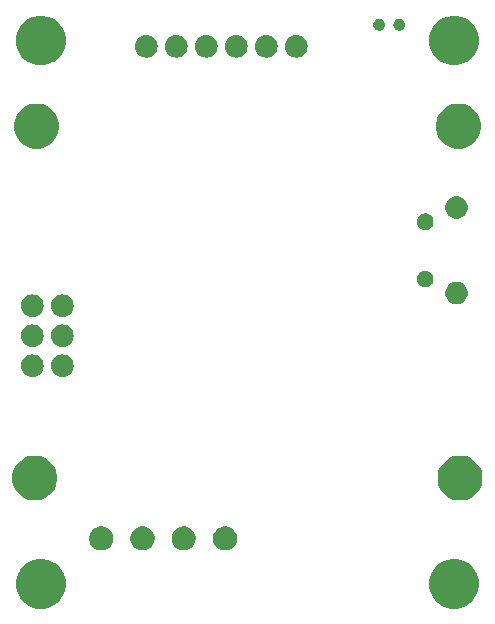
<source format=gbs>
%TF.GenerationSoftware,KiCad,Pcbnew,(5.0.1)-3*%
%TF.CreationDate,2018-10-26T14:10:22+13:00*%
%TF.ProjectId,TINY-REFLOW-CONTROLLER,54494E592D5245464C4F572D434F4E54,rev?*%
%TF.SameCoordinates,PX8f0d180PY5f5e100*%
%TF.FileFunction,Soldermask,Bot*%
%TF.FilePolarity,Negative*%
%FSLAX46Y46*%
G04 Gerber Fmt 4.6, Leading zero omitted, Abs format (unit mm)*
G04 Created by KiCad (PCBNEW (5.0.1)-3) date 26/10/2018 14:10:22*
%MOMM*%
%LPD*%
G01*
G04 APERTURE LIST*
%ADD10C,0.100000*%
G04 APERTURE END LIST*
D10*
G36*
X38112547Y4519299D02*
X38494722Y4360997D01*
X38494723Y4360996D01*
X38838672Y4131177D01*
X39131177Y3838672D01*
X39284390Y3609373D01*
X39360997Y3494722D01*
X39519299Y3112547D01*
X39600000Y2706833D01*
X39600000Y2293167D01*
X39519299Y1887453D01*
X39360997Y1505278D01*
X39360996Y1505277D01*
X39131177Y1161328D01*
X38838672Y868823D01*
X38609373Y715610D01*
X38494722Y639003D01*
X38112547Y480701D01*
X37706833Y400000D01*
X37293167Y400000D01*
X36887453Y480701D01*
X36505278Y639003D01*
X36390627Y715610D01*
X36161328Y868823D01*
X35868823Y1161328D01*
X35639004Y1505277D01*
X35639003Y1505278D01*
X35480701Y1887453D01*
X35400000Y2293167D01*
X35400000Y2706833D01*
X35480701Y3112547D01*
X35639003Y3494722D01*
X35715610Y3609373D01*
X35868823Y3838672D01*
X36161328Y4131177D01*
X36505277Y4360996D01*
X36505278Y4360997D01*
X36887453Y4519299D01*
X37293167Y4600000D01*
X37706833Y4600000D01*
X38112547Y4519299D01*
X38112547Y4519299D01*
G37*
G36*
X3112547Y4519299D02*
X3494722Y4360997D01*
X3494723Y4360996D01*
X3838672Y4131177D01*
X4131177Y3838672D01*
X4284390Y3609373D01*
X4360997Y3494722D01*
X4519299Y3112547D01*
X4600000Y2706833D01*
X4600000Y2293167D01*
X4519299Y1887453D01*
X4360997Y1505278D01*
X4360996Y1505277D01*
X4131177Y1161328D01*
X3838672Y868823D01*
X3609373Y715610D01*
X3494722Y639003D01*
X3112547Y480701D01*
X2706833Y400000D01*
X2293167Y400000D01*
X1887453Y480701D01*
X1505278Y639003D01*
X1390627Y715610D01*
X1161328Y868823D01*
X868823Y1161328D01*
X639004Y1505277D01*
X639003Y1505278D01*
X480701Y1887453D01*
X400000Y2293167D01*
X400000Y2706833D01*
X480701Y3112547D01*
X639003Y3494722D01*
X715610Y3609373D01*
X868823Y3838672D01*
X1161328Y4131177D01*
X1505277Y4360996D01*
X1505278Y4360997D01*
X1887453Y4519299D01*
X2293167Y4600000D01*
X2706833Y4600000D01*
X3112547Y4519299D01*
X3112547Y4519299D01*
G37*
G36*
X11418690Y7334649D02*
X11605045Y7257458D01*
X11772765Y7145391D01*
X11915391Y7002765D01*
X12027458Y6835045D01*
X12104649Y6648690D01*
X12144000Y6450857D01*
X12144000Y6249143D01*
X12104649Y6051310D01*
X12027458Y5864955D01*
X11915391Y5697235D01*
X11772765Y5554609D01*
X11605045Y5442542D01*
X11418690Y5365351D01*
X11220857Y5326000D01*
X11019143Y5326000D01*
X10821310Y5365351D01*
X10634955Y5442542D01*
X10467235Y5554609D01*
X10324609Y5697235D01*
X10212542Y5864955D01*
X10135351Y6051310D01*
X10096000Y6249143D01*
X10096000Y6450857D01*
X10135351Y6648690D01*
X10212542Y6835045D01*
X10324609Y7002765D01*
X10467235Y7145391D01*
X10634955Y7257458D01*
X10821310Y7334649D01*
X11019143Y7374000D01*
X11220857Y7374000D01*
X11418690Y7334649D01*
X11418690Y7334649D01*
G37*
G36*
X14903690Y7334649D02*
X15090045Y7257458D01*
X15257765Y7145391D01*
X15400391Y7002765D01*
X15512458Y6835045D01*
X15589649Y6648690D01*
X15629000Y6450857D01*
X15629000Y6249143D01*
X15589649Y6051310D01*
X15512458Y5864955D01*
X15400391Y5697235D01*
X15257765Y5554609D01*
X15090045Y5442542D01*
X14903690Y5365351D01*
X14705857Y5326000D01*
X14504143Y5326000D01*
X14306310Y5365351D01*
X14119955Y5442542D01*
X13952235Y5554609D01*
X13809609Y5697235D01*
X13697542Y5864955D01*
X13620351Y6051310D01*
X13581000Y6249143D01*
X13581000Y6450857D01*
X13620351Y6648690D01*
X13697542Y6835045D01*
X13809609Y7002765D01*
X13952235Y7145391D01*
X14119955Y7257458D01*
X14306310Y7334649D01*
X14504143Y7374000D01*
X14705857Y7374000D01*
X14903690Y7334649D01*
X14903690Y7334649D01*
G37*
G36*
X18403690Y7334649D02*
X18590045Y7257458D01*
X18757765Y7145391D01*
X18900391Y7002765D01*
X19012458Y6835045D01*
X19089649Y6648690D01*
X19129000Y6450857D01*
X19129000Y6249143D01*
X19089649Y6051310D01*
X19012458Y5864955D01*
X18900391Y5697235D01*
X18757765Y5554609D01*
X18590045Y5442542D01*
X18403690Y5365351D01*
X18205857Y5326000D01*
X18004143Y5326000D01*
X17806310Y5365351D01*
X17619955Y5442542D01*
X17452235Y5554609D01*
X17309609Y5697235D01*
X17197542Y5864955D01*
X17120351Y6051310D01*
X17081000Y6249143D01*
X17081000Y6450857D01*
X17120351Y6648690D01*
X17197542Y6835045D01*
X17309609Y7002765D01*
X17452235Y7145391D01*
X17619955Y7257458D01*
X17806310Y7334649D01*
X18004143Y7374000D01*
X18205857Y7374000D01*
X18403690Y7334649D01*
X18403690Y7334649D01*
G37*
G36*
X7918690Y7334649D02*
X8105045Y7257458D01*
X8272765Y7145391D01*
X8415391Y7002765D01*
X8527458Y6835045D01*
X8604649Y6648690D01*
X8644000Y6450857D01*
X8644000Y6249143D01*
X8604649Y6051310D01*
X8527458Y5864955D01*
X8415391Y5697235D01*
X8272765Y5554609D01*
X8105045Y5442542D01*
X7918690Y5365351D01*
X7720857Y5326000D01*
X7519143Y5326000D01*
X7321310Y5365351D01*
X7134955Y5442542D01*
X6967235Y5554609D01*
X6824609Y5697235D01*
X6712542Y5864955D01*
X6635351Y6051310D01*
X6596000Y6249143D01*
X6596000Y6450857D01*
X6635351Y6648690D01*
X6712542Y6835045D01*
X6824609Y7002765D01*
X6967235Y7145391D01*
X7134955Y7257458D01*
X7321310Y7334649D01*
X7519143Y7374000D01*
X7720857Y7374000D01*
X7918690Y7334649D01*
X7918690Y7334649D01*
G37*
G36*
X2554209Y13276984D02*
X2899986Y13133759D01*
X3211182Y12925824D01*
X3475824Y12661182D01*
X3683759Y12349986D01*
X3826984Y12004209D01*
X3900000Y11637135D01*
X3900000Y11262865D01*
X3826984Y10895791D01*
X3683759Y10550014D01*
X3475824Y10238818D01*
X3211182Y9974176D01*
X2899986Y9766241D01*
X2554209Y9623016D01*
X2187135Y9550000D01*
X1812865Y9550000D01*
X1445791Y9623016D01*
X1100014Y9766241D01*
X788818Y9974176D01*
X524176Y10238818D01*
X316241Y10550014D01*
X173016Y10895791D01*
X100000Y11262865D01*
X100000Y11637135D01*
X173016Y12004209D01*
X316241Y12349986D01*
X524176Y12661182D01*
X788818Y12925824D01*
X1100014Y13133759D01*
X1445791Y13276984D01*
X1812865Y13350000D01*
X2187135Y13350000D01*
X2554209Y13276984D01*
X2554209Y13276984D01*
G37*
G36*
X38554209Y13276984D02*
X38899986Y13133759D01*
X39211182Y12925824D01*
X39475824Y12661182D01*
X39683759Y12349986D01*
X39826984Y12004209D01*
X39900000Y11637135D01*
X39900000Y11262865D01*
X39826984Y10895791D01*
X39683759Y10550014D01*
X39475824Y10238818D01*
X39211182Y9974176D01*
X38899986Y9766241D01*
X38554209Y9623016D01*
X38187135Y9550000D01*
X37812865Y9550000D01*
X37445791Y9623016D01*
X37100014Y9766241D01*
X36788818Y9974176D01*
X36524176Y10238818D01*
X36316241Y10550014D01*
X36173016Y10895791D01*
X36100000Y11262865D01*
X36100000Y11637135D01*
X36173016Y12004209D01*
X36316241Y12349986D01*
X36524176Y12661182D01*
X36788818Y12925824D01*
X37100014Y13133759D01*
X37445791Y13276984D01*
X37812865Y13350000D01*
X38187135Y13350000D01*
X38554209Y13276984D01*
X38554209Y13276984D01*
G37*
G36*
X4506900Y21904658D02*
X4688536Y21849558D01*
X4855940Y21760079D01*
X5002665Y21639665D01*
X5123079Y21492940D01*
X5212558Y21325536D01*
X5267658Y21143900D01*
X5286262Y20955000D01*
X5267658Y20766100D01*
X5212558Y20584464D01*
X5123079Y20417060D01*
X5002665Y20270335D01*
X4855940Y20149921D01*
X4688536Y20060442D01*
X4506900Y20005342D01*
X4365338Y19991400D01*
X4270662Y19991400D01*
X4129100Y20005342D01*
X3947464Y20060442D01*
X3780060Y20149921D01*
X3633335Y20270335D01*
X3512921Y20417060D01*
X3423442Y20584464D01*
X3368342Y20766100D01*
X3349738Y20955000D01*
X3368342Y21143900D01*
X3423442Y21325536D01*
X3512921Y21492940D01*
X3633335Y21639665D01*
X3780060Y21760079D01*
X3947464Y21849558D01*
X4129100Y21904658D01*
X4270662Y21918600D01*
X4365338Y21918600D01*
X4506900Y21904658D01*
X4506900Y21904658D01*
G37*
G36*
X1966900Y21904658D02*
X2148536Y21849558D01*
X2315940Y21760079D01*
X2462665Y21639665D01*
X2583079Y21492940D01*
X2672558Y21325536D01*
X2727658Y21143900D01*
X2746262Y20955000D01*
X2727658Y20766100D01*
X2672558Y20584464D01*
X2583079Y20417060D01*
X2462665Y20270335D01*
X2315940Y20149921D01*
X2148536Y20060442D01*
X1966900Y20005342D01*
X1825338Y19991400D01*
X1730662Y19991400D01*
X1589100Y20005342D01*
X1407464Y20060442D01*
X1240060Y20149921D01*
X1093335Y20270335D01*
X972921Y20417060D01*
X883442Y20584464D01*
X828342Y20766100D01*
X809738Y20955000D01*
X828342Y21143900D01*
X883442Y21325536D01*
X972921Y21492940D01*
X1093335Y21639665D01*
X1240060Y21760079D01*
X1407464Y21849558D01*
X1589100Y21904658D01*
X1730662Y21918600D01*
X1825338Y21918600D01*
X1966900Y21904658D01*
X1966900Y21904658D01*
G37*
G36*
X1966900Y24444658D02*
X2148536Y24389558D01*
X2315940Y24300079D01*
X2462665Y24179665D01*
X2583079Y24032940D01*
X2672558Y23865536D01*
X2727658Y23683900D01*
X2746262Y23495000D01*
X2727658Y23306100D01*
X2672558Y23124464D01*
X2583079Y22957060D01*
X2462665Y22810335D01*
X2315940Y22689921D01*
X2148536Y22600442D01*
X1966900Y22545342D01*
X1825338Y22531400D01*
X1730662Y22531400D01*
X1589100Y22545342D01*
X1407464Y22600442D01*
X1240060Y22689921D01*
X1093335Y22810335D01*
X972921Y22957060D01*
X883442Y23124464D01*
X828342Y23306100D01*
X809738Y23495000D01*
X828342Y23683900D01*
X883442Y23865536D01*
X972921Y24032940D01*
X1093335Y24179665D01*
X1240060Y24300079D01*
X1407464Y24389558D01*
X1589100Y24444658D01*
X1730662Y24458600D01*
X1825338Y24458600D01*
X1966900Y24444658D01*
X1966900Y24444658D01*
G37*
G36*
X4506900Y24444658D02*
X4688536Y24389558D01*
X4855940Y24300079D01*
X5002665Y24179665D01*
X5123079Y24032940D01*
X5212558Y23865536D01*
X5267658Y23683900D01*
X5286262Y23495000D01*
X5267658Y23306100D01*
X5212558Y23124464D01*
X5123079Y22957060D01*
X5002665Y22810335D01*
X4855940Y22689921D01*
X4688536Y22600442D01*
X4506900Y22545342D01*
X4365338Y22531400D01*
X4270662Y22531400D01*
X4129100Y22545342D01*
X3947464Y22600442D01*
X3780060Y22689921D01*
X3633335Y22810335D01*
X3512921Y22957060D01*
X3423442Y23124464D01*
X3368342Y23306100D01*
X3349738Y23495000D01*
X3368342Y23683900D01*
X3423442Y23865536D01*
X3512921Y24032940D01*
X3633335Y24179665D01*
X3780060Y24300079D01*
X3947464Y24389558D01*
X4129100Y24444658D01*
X4270662Y24458600D01*
X4365338Y24458600D01*
X4506900Y24444658D01*
X4506900Y24444658D01*
G37*
G36*
X1966900Y26984658D02*
X2148536Y26929558D01*
X2315940Y26840079D01*
X2462665Y26719665D01*
X2583079Y26572940D01*
X2672558Y26405536D01*
X2727658Y26223900D01*
X2746262Y26035000D01*
X2727658Y25846100D01*
X2672558Y25664464D01*
X2583079Y25497060D01*
X2462665Y25350335D01*
X2315940Y25229921D01*
X2148536Y25140442D01*
X1966900Y25085342D01*
X1825338Y25071400D01*
X1730662Y25071400D01*
X1589100Y25085342D01*
X1407464Y25140442D01*
X1240060Y25229921D01*
X1093335Y25350335D01*
X972921Y25497060D01*
X883442Y25664464D01*
X828342Y25846100D01*
X809738Y26035000D01*
X828342Y26223900D01*
X883442Y26405536D01*
X972921Y26572940D01*
X1093335Y26719665D01*
X1240060Y26840079D01*
X1407464Y26929558D01*
X1589100Y26984658D01*
X1730662Y26998600D01*
X1825338Y26998600D01*
X1966900Y26984658D01*
X1966900Y26984658D01*
G37*
G36*
X4506900Y26984658D02*
X4688536Y26929558D01*
X4855940Y26840079D01*
X5002665Y26719665D01*
X5123079Y26572940D01*
X5212558Y26405536D01*
X5267658Y26223900D01*
X5286262Y26035000D01*
X5267658Y25846100D01*
X5212558Y25664464D01*
X5123079Y25497060D01*
X5002665Y25350335D01*
X4855940Y25229921D01*
X4688536Y25140442D01*
X4506900Y25085342D01*
X4365338Y25071400D01*
X4270662Y25071400D01*
X4129100Y25085342D01*
X3947464Y25140442D01*
X3780060Y25229921D01*
X3633335Y25350335D01*
X3512921Y25497060D01*
X3423442Y25664464D01*
X3368342Y25846100D01*
X3349738Y26035000D01*
X3368342Y26223900D01*
X3423442Y26405536D01*
X3512921Y26572940D01*
X3633335Y26719665D01*
X3780060Y26840079D01*
X3947464Y26929558D01*
X4129100Y26984658D01*
X4270662Y26998600D01*
X4365338Y26998600D01*
X4506900Y26984658D01*
X4506900Y26984658D01*
G37*
G36*
X37840451Y28049873D02*
X37978105Y28022492D01*
X38150994Y27950879D01*
X38306590Y27846913D01*
X38438913Y27714590D01*
X38542879Y27558994D01*
X38614492Y27386105D01*
X38641873Y27248451D01*
X38651000Y27202568D01*
X38651000Y27015432D01*
X38644878Y26984657D01*
X38614492Y26831895D01*
X38542879Y26659006D01*
X38438913Y26503410D01*
X38306590Y26371087D01*
X38150994Y26267121D01*
X37978105Y26195508D01*
X37840451Y26168127D01*
X37794568Y26159000D01*
X37607432Y26159000D01*
X37561549Y26168127D01*
X37423895Y26195508D01*
X37251006Y26267121D01*
X37095410Y26371087D01*
X36963087Y26503410D01*
X36859121Y26659006D01*
X36787508Y26831895D01*
X36757122Y26984657D01*
X36751000Y27015432D01*
X36751000Y27202568D01*
X36760127Y27248451D01*
X36787508Y27386105D01*
X36859121Y27558994D01*
X36963087Y27714590D01*
X37095410Y27846913D01*
X37251006Y27950879D01*
X37423895Y28022492D01*
X37561549Y28049873D01*
X37607432Y28059000D01*
X37794568Y28059000D01*
X37840451Y28049873D01*
X37840451Y28049873D01*
G37*
G36*
X35255183Y28982100D02*
X35382574Y28929332D01*
X35497225Y28852725D01*
X35594725Y28755225D01*
X35671332Y28640574D01*
X35724100Y28513183D01*
X35751000Y28377945D01*
X35751000Y28240055D01*
X35724100Y28104817D01*
X35671332Y27977426D01*
X35594725Y27862775D01*
X35497225Y27765275D01*
X35382574Y27688668D01*
X35255183Y27635900D01*
X35119945Y27609000D01*
X34982055Y27609000D01*
X34846817Y27635900D01*
X34719426Y27688668D01*
X34604775Y27765275D01*
X34507275Y27862775D01*
X34430668Y27977426D01*
X34377900Y28104817D01*
X34351000Y28240055D01*
X34351000Y28377945D01*
X34377900Y28513183D01*
X34430668Y28640574D01*
X34507275Y28755225D01*
X34604775Y28852725D01*
X34719426Y28929332D01*
X34846817Y28982100D01*
X34982055Y29009000D01*
X35119945Y29009000D01*
X35255183Y28982100D01*
X35255183Y28982100D01*
G37*
G36*
X35255183Y33832100D02*
X35382574Y33779332D01*
X35497225Y33702725D01*
X35594725Y33605225D01*
X35671332Y33490574D01*
X35724100Y33363183D01*
X35751000Y33227945D01*
X35751000Y33090055D01*
X35724100Y32954817D01*
X35671332Y32827426D01*
X35594725Y32712775D01*
X35497225Y32615275D01*
X35382574Y32538668D01*
X35255183Y32485900D01*
X35119945Y32459000D01*
X34982055Y32459000D01*
X34846817Y32485900D01*
X34719426Y32538668D01*
X34604775Y32615275D01*
X34507275Y32712775D01*
X34430668Y32827426D01*
X34377900Y32954817D01*
X34351000Y33090055D01*
X34351000Y33227945D01*
X34377900Y33363183D01*
X34430668Y33490574D01*
X34507275Y33605225D01*
X34604775Y33702725D01*
X34719426Y33779332D01*
X34846817Y33832100D01*
X34982055Y33859000D01*
X35119945Y33859000D01*
X35255183Y33832100D01*
X35255183Y33832100D01*
G37*
G36*
X37840451Y35299873D02*
X37978105Y35272492D01*
X38150994Y35200879D01*
X38306590Y35096913D01*
X38438913Y34964590D01*
X38542879Y34808994D01*
X38614492Y34636105D01*
X38651000Y34452567D01*
X38651000Y34265433D01*
X38614492Y34081895D01*
X38542879Y33909006D01*
X38438913Y33753410D01*
X38306590Y33621087D01*
X38150994Y33517121D01*
X37978105Y33445508D01*
X37840451Y33418127D01*
X37794568Y33409000D01*
X37607432Y33409000D01*
X37561549Y33418127D01*
X37423895Y33445508D01*
X37251006Y33517121D01*
X37095410Y33621087D01*
X36963087Y33753410D01*
X36859121Y33909006D01*
X36787508Y34081895D01*
X36751000Y34265433D01*
X36751000Y34452567D01*
X36787508Y34636105D01*
X36859121Y34808994D01*
X36963087Y34964590D01*
X37095410Y35096913D01*
X37251006Y35200879D01*
X37423895Y35272492D01*
X37561549Y35299873D01*
X37607432Y35309000D01*
X37794568Y35309000D01*
X37840451Y35299873D01*
X37840451Y35299873D01*
G37*
G36*
X38404209Y43076984D02*
X38749986Y42933759D01*
X39061182Y42725824D01*
X39325824Y42461182D01*
X39533759Y42149986D01*
X39676984Y41804209D01*
X39750000Y41437135D01*
X39750000Y41062865D01*
X39676984Y40695791D01*
X39533759Y40350014D01*
X39325824Y40038818D01*
X39061182Y39774176D01*
X38749986Y39566241D01*
X38404209Y39423016D01*
X38037135Y39350000D01*
X37662865Y39350000D01*
X37295791Y39423016D01*
X36950014Y39566241D01*
X36638818Y39774176D01*
X36374176Y40038818D01*
X36166241Y40350014D01*
X36023016Y40695791D01*
X35950000Y41062865D01*
X35950000Y41437135D01*
X36023016Y41804209D01*
X36166241Y42149986D01*
X36374176Y42461182D01*
X36638818Y42725824D01*
X36950014Y42933759D01*
X37295791Y43076984D01*
X37662865Y43150000D01*
X38037135Y43150000D01*
X38404209Y43076984D01*
X38404209Y43076984D01*
G37*
G36*
X2704209Y43076984D02*
X3049986Y42933759D01*
X3361182Y42725824D01*
X3625824Y42461182D01*
X3833759Y42149986D01*
X3976984Y41804209D01*
X4050000Y41437135D01*
X4050000Y41062865D01*
X3976984Y40695791D01*
X3833759Y40350014D01*
X3625824Y40038818D01*
X3361182Y39774176D01*
X3049986Y39566241D01*
X2704209Y39423016D01*
X2337135Y39350000D01*
X1962865Y39350000D01*
X1595791Y39423016D01*
X1250014Y39566241D01*
X938818Y39774176D01*
X674176Y40038818D01*
X466241Y40350014D01*
X323016Y40695791D01*
X250000Y41062865D01*
X250000Y41437135D01*
X323016Y41804209D01*
X466241Y42149986D01*
X674176Y42461182D01*
X938818Y42725824D01*
X1250014Y42933759D01*
X1595791Y43076984D01*
X1962865Y43150000D01*
X2337135Y43150000D01*
X2704209Y43076984D01*
X2704209Y43076984D01*
G37*
G36*
X3112547Y50519299D02*
X3494722Y50360997D01*
X3609373Y50284390D01*
X3838672Y50131177D01*
X4131177Y49838672D01*
X4164530Y49788755D01*
X4360997Y49494722D01*
X4519299Y49112547D01*
X4600000Y48706833D01*
X4600000Y48293167D01*
X4519299Y47887453D01*
X4360997Y47505278D01*
X4284390Y47390627D01*
X4131177Y47161328D01*
X3838672Y46868823D01*
X3609373Y46715610D01*
X3494722Y46639003D01*
X3112547Y46480701D01*
X2706833Y46400000D01*
X2293167Y46400000D01*
X1887453Y46480701D01*
X1505278Y46639003D01*
X1390627Y46715610D01*
X1161328Y46868823D01*
X868823Y47161328D01*
X715610Y47390627D01*
X639003Y47505278D01*
X480701Y47887453D01*
X400000Y48293167D01*
X400000Y48706833D01*
X480701Y49112547D01*
X639003Y49494722D01*
X835470Y49788755D01*
X868823Y49838672D01*
X1161328Y50131177D01*
X1390627Y50284390D01*
X1505278Y50360997D01*
X1887453Y50519299D01*
X2293167Y50600000D01*
X2706833Y50600000D01*
X3112547Y50519299D01*
X3112547Y50519299D01*
G37*
G36*
X38112547Y50519299D02*
X38494722Y50360997D01*
X38609373Y50284390D01*
X38838672Y50131177D01*
X39131177Y49838672D01*
X39164530Y49788755D01*
X39360997Y49494722D01*
X39519299Y49112547D01*
X39600000Y48706833D01*
X39600000Y48293167D01*
X39519299Y47887453D01*
X39360997Y47505278D01*
X39284390Y47390627D01*
X39131177Y47161328D01*
X38838672Y46868823D01*
X38609373Y46715610D01*
X38494722Y46639003D01*
X38112547Y46480701D01*
X37706833Y46400000D01*
X37293167Y46400000D01*
X36887453Y46480701D01*
X36505278Y46639003D01*
X36390627Y46715610D01*
X36161328Y46868823D01*
X35868823Y47161328D01*
X35715610Y47390627D01*
X35639003Y47505278D01*
X35480701Y47887453D01*
X35400000Y48293167D01*
X35400000Y48706833D01*
X35480701Y49112547D01*
X35639003Y49494722D01*
X35835470Y49788755D01*
X35868823Y49838672D01*
X36161328Y50131177D01*
X36390627Y50284390D01*
X36505278Y50360997D01*
X36887453Y50519299D01*
X37293167Y50600000D01*
X37706833Y50600000D01*
X38112547Y50519299D01*
X38112547Y50519299D01*
G37*
G36*
X21778900Y48955658D02*
X21960536Y48900558D01*
X22127940Y48811079D01*
X22274665Y48690665D01*
X22395079Y48543940D01*
X22484558Y48376536D01*
X22539658Y48194900D01*
X22558262Y48006000D01*
X22539658Y47817100D01*
X22484558Y47635464D01*
X22395079Y47468060D01*
X22274665Y47321335D01*
X22127940Y47200921D01*
X21960536Y47111442D01*
X21778900Y47056342D01*
X21637338Y47042400D01*
X21542662Y47042400D01*
X21401100Y47056342D01*
X21219464Y47111442D01*
X21052060Y47200921D01*
X20905335Y47321335D01*
X20784921Y47468060D01*
X20695442Y47635464D01*
X20640342Y47817100D01*
X20621738Y48006000D01*
X20640342Y48194900D01*
X20695442Y48376536D01*
X20784921Y48543940D01*
X20905335Y48690665D01*
X21052060Y48811079D01*
X21219464Y48900558D01*
X21401100Y48955658D01*
X21542662Y48969600D01*
X21637338Y48969600D01*
X21778900Y48955658D01*
X21778900Y48955658D01*
G37*
G36*
X24318900Y48955658D02*
X24500536Y48900558D01*
X24667940Y48811079D01*
X24814665Y48690665D01*
X24935079Y48543940D01*
X25024558Y48376536D01*
X25079658Y48194900D01*
X25098262Y48006000D01*
X25079658Y47817100D01*
X25024558Y47635464D01*
X24935079Y47468060D01*
X24814665Y47321335D01*
X24667940Y47200921D01*
X24500536Y47111442D01*
X24318900Y47056342D01*
X24177338Y47042400D01*
X24082662Y47042400D01*
X23941100Y47056342D01*
X23759464Y47111442D01*
X23592060Y47200921D01*
X23445335Y47321335D01*
X23324921Y47468060D01*
X23235442Y47635464D01*
X23180342Y47817100D01*
X23161738Y48006000D01*
X23180342Y48194900D01*
X23235442Y48376536D01*
X23324921Y48543940D01*
X23445335Y48690665D01*
X23592060Y48811079D01*
X23759464Y48900558D01*
X23941100Y48955658D01*
X24082662Y48969600D01*
X24177338Y48969600D01*
X24318900Y48955658D01*
X24318900Y48955658D01*
G37*
G36*
X19238900Y48955658D02*
X19420536Y48900558D01*
X19587940Y48811079D01*
X19734665Y48690665D01*
X19855079Y48543940D01*
X19944558Y48376536D01*
X19999658Y48194900D01*
X20018262Y48006000D01*
X19999658Y47817100D01*
X19944558Y47635464D01*
X19855079Y47468060D01*
X19734665Y47321335D01*
X19587940Y47200921D01*
X19420536Y47111442D01*
X19238900Y47056342D01*
X19097338Y47042400D01*
X19002662Y47042400D01*
X18861100Y47056342D01*
X18679464Y47111442D01*
X18512060Y47200921D01*
X18365335Y47321335D01*
X18244921Y47468060D01*
X18155442Y47635464D01*
X18100342Y47817100D01*
X18081738Y48006000D01*
X18100342Y48194900D01*
X18155442Y48376536D01*
X18244921Y48543940D01*
X18365335Y48690665D01*
X18512060Y48811079D01*
X18679464Y48900558D01*
X18861100Y48955658D01*
X19002662Y48969600D01*
X19097338Y48969600D01*
X19238900Y48955658D01*
X19238900Y48955658D01*
G37*
G36*
X16698900Y48955658D02*
X16880536Y48900558D01*
X17047940Y48811079D01*
X17194665Y48690665D01*
X17315079Y48543940D01*
X17404558Y48376536D01*
X17459658Y48194900D01*
X17478262Y48006000D01*
X17459658Y47817100D01*
X17404558Y47635464D01*
X17315079Y47468060D01*
X17194665Y47321335D01*
X17047940Y47200921D01*
X16880536Y47111442D01*
X16698900Y47056342D01*
X16557338Y47042400D01*
X16462662Y47042400D01*
X16321100Y47056342D01*
X16139464Y47111442D01*
X15972060Y47200921D01*
X15825335Y47321335D01*
X15704921Y47468060D01*
X15615442Y47635464D01*
X15560342Y47817100D01*
X15541738Y48006000D01*
X15560342Y48194900D01*
X15615442Y48376536D01*
X15704921Y48543940D01*
X15825335Y48690665D01*
X15972060Y48811079D01*
X16139464Y48900558D01*
X16321100Y48955658D01*
X16462662Y48969600D01*
X16557338Y48969600D01*
X16698900Y48955658D01*
X16698900Y48955658D01*
G37*
G36*
X14158900Y48955658D02*
X14340536Y48900558D01*
X14507940Y48811079D01*
X14654665Y48690665D01*
X14775079Y48543940D01*
X14864558Y48376536D01*
X14919658Y48194900D01*
X14938262Y48006000D01*
X14919658Y47817100D01*
X14864558Y47635464D01*
X14775079Y47468060D01*
X14654665Y47321335D01*
X14507940Y47200921D01*
X14340536Y47111442D01*
X14158900Y47056342D01*
X14017338Y47042400D01*
X13922662Y47042400D01*
X13781100Y47056342D01*
X13599464Y47111442D01*
X13432060Y47200921D01*
X13285335Y47321335D01*
X13164921Y47468060D01*
X13075442Y47635464D01*
X13020342Y47817100D01*
X13001738Y48006000D01*
X13020342Y48194900D01*
X13075442Y48376536D01*
X13164921Y48543940D01*
X13285335Y48690665D01*
X13432060Y48811079D01*
X13599464Y48900558D01*
X13781100Y48955658D01*
X13922662Y48969600D01*
X14017338Y48969600D01*
X14158900Y48955658D01*
X14158900Y48955658D01*
G37*
G36*
X11618900Y48955658D02*
X11800536Y48900558D01*
X11967940Y48811079D01*
X12114665Y48690665D01*
X12235079Y48543940D01*
X12324558Y48376536D01*
X12379658Y48194900D01*
X12398262Y48006000D01*
X12379658Y47817100D01*
X12324558Y47635464D01*
X12235079Y47468060D01*
X12114665Y47321335D01*
X11967940Y47200921D01*
X11800536Y47111442D01*
X11618900Y47056342D01*
X11477338Y47042400D01*
X11382662Y47042400D01*
X11241100Y47056342D01*
X11059464Y47111442D01*
X10892060Y47200921D01*
X10745335Y47321335D01*
X10624921Y47468060D01*
X10535442Y47635464D01*
X10480342Y47817100D01*
X10461738Y48006000D01*
X10480342Y48194900D01*
X10535442Y48376536D01*
X10624921Y48543940D01*
X10745335Y48690665D01*
X10892060Y48811079D01*
X11059464Y48900558D01*
X11241100Y48955658D01*
X11382662Y48969600D01*
X11477338Y48969600D01*
X11618900Y48955658D01*
X11618900Y48955658D01*
G37*
G36*
X32999845Y50318785D02*
X33090839Y50281094D01*
X33171640Y50227104D01*
X33172734Y50226373D01*
X33242373Y50156734D01*
X33297095Y50074837D01*
X33334785Y49983845D01*
X33354000Y49887245D01*
X33354000Y49788755D01*
X33334785Y49692155D01*
X33297095Y49601163D01*
X33242373Y49519266D01*
X33172734Y49449627D01*
X33172731Y49449625D01*
X33090839Y49394906D01*
X32999845Y49357215D01*
X32903246Y49338000D01*
X32804754Y49338000D01*
X32708155Y49357215D01*
X32617161Y49394906D01*
X32535269Y49449625D01*
X32535266Y49449627D01*
X32465627Y49519266D01*
X32410905Y49601163D01*
X32373215Y49692155D01*
X32354000Y49788755D01*
X32354000Y49887245D01*
X32373215Y49983845D01*
X32410905Y50074837D01*
X32465627Y50156734D01*
X32535266Y50226373D01*
X32536360Y50227104D01*
X32617161Y50281094D01*
X32708155Y50318785D01*
X32804754Y50338000D01*
X32903246Y50338000D01*
X32999845Y50318785D01*
X32999845Y50318785D01*
G37*
G36*
X31299845Y50318785D02*
X31390839Y50281094D01*
X31471640Y50227104D01*
X31472734Y50226373D01*
X31542373Y50156734D01*
X31597095Y50074837D01*
X31634785Y49983845D01*
X31654000Y49887245D01*
X31654000Y49788755D01*
X31634785Y49692155D01*
X31597095Y49601163D01*
X31542373Y49519266D01*
X31472734Y49449627D01*
X31472731Y49449625D01*
X31390839Y49394906D01*
X31299845Y49357215D01*
X31203246Y49338000D01*
X31104754Y49338000D01*
X31008155Y49357215D01*
X30917161Y49394906D01*
X30835269Y49449625D01*
X30835266Y49449627D01*
X30765627Y49519266D01*
X30710905Y49601163D01*
X30673215Y49692155D01*
X30654000Y49788755D01*
X30654000Y49887245D01*
X30673215Y49983845D01*
X30710905Y50074837D01*
X30765627Y50156734D01*
X30835266Y50226373D01*
X30836360Y50227104D01*
X30917161Y50281094D01*
X31008155Y50318785D01*
X31104754Y50338000D01*
X31203246Y50338000D01*
X31299845Y50318785D01*
X31299845Y50318785D01*
G37*
M02*

</source>
